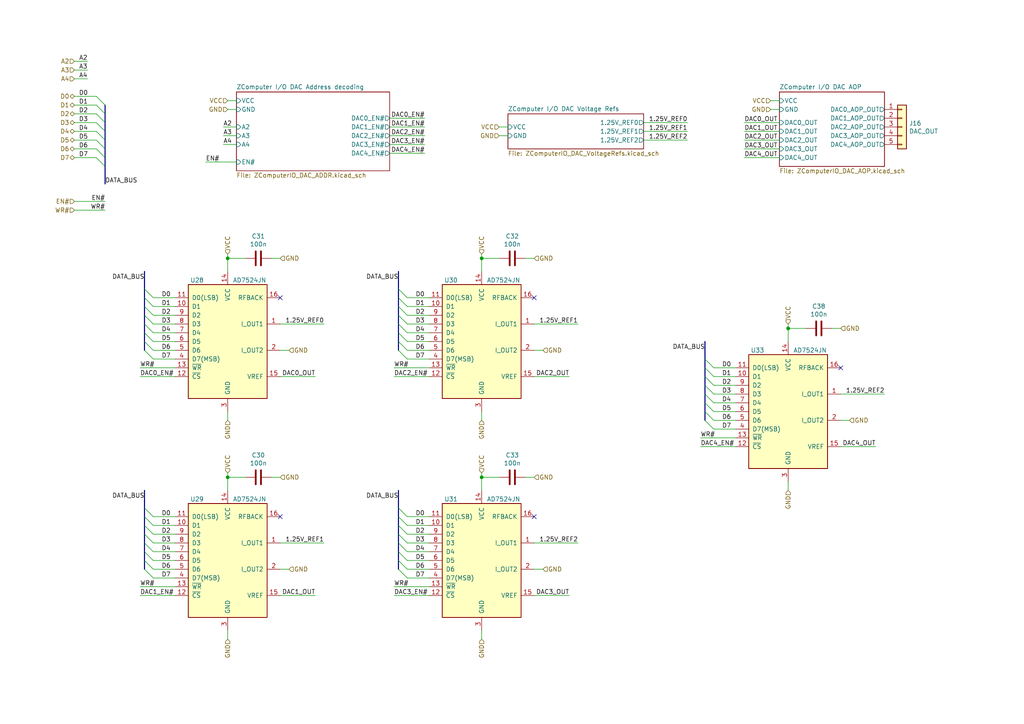
<source format=kicad_sch>
(kicad_sch (version 20211123) (generator eeschema)
  (paper "A4")
  (title_block (title "ZComputer I/O DAC") (date "2021-10-21") (rev "v1.0") (company "Maxime Chretien") (comment 1 "mchretien@linuxmail.org"))
  (lib_symbols
    (symbol "Connector_Generic:Conn_01x05" (pin_names (offset 1.016) hide)
      (property "Reference" "J" (at 0 7.62 0))
      (property "Value" "Conn_01x05" (at 0 -7.62 0))
      (symbol "Conn_01x05_1_1"
        (rectangle (start -1.27 -4.953) (end 0 -5.207) (stroke (width 0.1524)))
        (rectangle (start -1.27 -2.413) (end 0 -2.667) (stroke (width 0.1524)))
        (rectangle (start -1.27 0.127) (end 0 -0.127) (stroke (width 0.1524)))
        (rectangle (start -1.27 2.667) (end 0 2.413) (stroke (width 0.1524)))
        (rectangle (start -1.27 5.207) (end 0 4.953) (stroke (width 0.1524)))
        (rectangle (start -1.27 6.35) (end 1.27 -6.35) (stroke (width 0.254)) (fill (type background)))
        (pin passive line (at -5.08 5.08 0) (length 3.81) (name "Pin_1") (number "1"))
        (pin passive line (at -5.08 2.54 0) (length 3.81) (name "Pin_2") (number "2"))
        (pin passive line (at -5.08 0 0) (length 3.81) (name "Pin_3") (number "3"))
        (pin passive line (at -5.08 -2.54 0) (length 3.81) (name "Pin_4") (number "4"))
        (pin passive line (at -5.08 -5.08 0) (length 3.81) (name "Pin_5") (number "5"))
      )
    )
    (symbol "Device:C" (pin_numbers hide) (pin_names (offset 0.254))
      (property "Reference" "C" (at 0.635 2.54 0))
      (property "Value" "C" (at 0.635 -2.54 0))
      (symbol "C_0_1"
        (polyline (pts (xy -2.032 -0.762) (xy 2.032 -0.762)) (stroke (width 0.508)))
        (polyline (pts (xy -2.032 0.762) (xy 2.032 0.762)) (stroke (width 0.508)))
      )
      (symbol "C_1_1"
        (pin passive line (at 0 3.81 270) (length 2.794) (name "~") (number "1"))
        (pin passive line (at 0 -3.81 90) (length 2.794) (name "~") (number "2"))
      )
    )
    (symbol "Perso:AD7524JN" (pin_names (offset 1.016))
      (property "Reference" "U" (at -11.43 17.78 0))
      (property "Value" "AD7524JN" (at 3.81 17.78 0))
      (symbol "AD7524JN_0_1"
        (rectangle (start -11.43 -16.51) (end 11.43 16.51) (stroke (width 0.254)) (fill (type background)))
      )
      (symbol "AD7524JN_1_1"
        (pin passive line (at 15.24 5.08 180) (length 3.81) (name "I_OUT1") (number "1"))
        (pin input line (at -15.24 10.16 0) (length 3.81) (name "D1") (number "10"))
        (pin input line (at -15.24 12.7 0) (length 3.81) (name "D0(LSB)") (number "11"))
        (pin input line (at -15.24 -10.16 0) (length 3.81) (name "~{CS}") (number "12"))
        (pin input line (at -15.24 -7.62 0) (length 3.81) (name "~{WR}") (number "13"))
        (pin power_in line (at 0 20.32 270) (length 3.81) (name "VCC") (number "14"))
        (pin passive line (at 15.24 -10.16 180) (length 3.81) (name "VREF") (number "15"))
        (pin passive line (at 15.24 12.7 180) (length 3.81) (name "RFBACK") (number "16"))
        (pin passive line (at 15.24 -2.54 180) (length 3.81) (name "I_OUT2") (number "2"))
        (pin power_in line (at 0 -20.32 90) (length 3.81) (name "GND") (number "3"))
        (pin input line (at -15.24 -5.08 0) (length 3.81) (name "D7(MSB)") (number "4"))
        (pin input line (at -15.24 -2.54 0) (length 3.81) (name "D6") (number "5"))
        (pin input line (at -15.24 0 0) (length 3.81) (name "D5") (number "6"))
        (pin input line (at -15.24 2.54 0) (length 3.81) (name "D4") (number "7"))
        (pin input line (at -15.24 5.08 0) (length 3.81) (name "D3") (number "8"))
        (pin input line (at -15.24 7.62 0) (length 3.81) (name "D2") (number "9"))
      )
    )
  )
  (junction (at 66.04 138.43))
  (junction (at 66.04 74.93))
  (junction (at 139.7 74.93))
  (junction (at 228.6 95.25))
  (junction (at 139.7 138.43))
  (no_connect (at 154.94 149.86))
  (no_connect (at 154.94 86.36))
  (no_connect (at 243.84 106.68))
  (no_connect (at 81.28 86.36))
  (no_connect (at 81.28 149.86))
  (bus_entry (at 118.11 104.14) (size -2.54 -2.54))
  (bus_entry (at 27.94 45.72) (size 2.54 2.54))
  (bus_entry (at 44.45 88.9) (size -2.54 -2.54))
  (bus_entry (at 118.11 154.94) (size -2.54 -2.54))
  (bus_entry (at 44.45 99.06) (size -2.54 -2.54))
  (bus_entry (at 118.11 88.9) (size -2.54 -2.54))
  (bus_entry (at 118.11 160.02) (size -2.54 -2.54))
  (bus_entry (at 27.94 43.18) (size 2.54 2.54))
  (bus_entry (at 207.01 121.92) (size -2.54 -2.54))
  (bus_entry (at 44.45 157.48) (size -2.54 -2.54))
  (bus_entry (at 44.45 104.14) (size -2.54 -2.54))
  (bus_entry (at 44.45 93.98) (size -2.54 -2.54))
  (bus_entry (at 118.11 165.1) (size -2.54 -2.54))
  (bus_entry (at 27.94 40.64) (size 2.54 2.54))
  (bus_entry (at 44.45 160.02) (size -2.54 -2.54))
  (bus_entry (at 118.11 96.52) (size -2.54 -2.54))
  (bus_entry (at 207.01 109.22) (size -2.54 -2.54))
  (bus_entry (at 44.45 154.94) (size -2.54 -2.54))
  (bus_entry (at 207.01 106.68) (size -2.54 -2.54))
  (bus_entry (at 207.01 124.46) (size -2.54 -2.54))
  (bus_entry (at 44.45 165.1) (size -2.54 -2.54))
  (bus_entry (at 27.94 33.02) (size 2.54 2.54))
  (bus_entry (at 207.01 111.76) (size -2.54 -2.54))
  (bus_entry (at 118.11 162.56) (size -2.54 -2.54))
  (bus_entry (at 118.11 101.6) (size -2.54 -2.54))
  (bus_entry (at 118.11 157.48) (size -2.54 -2.54))
  (bus_entry (at 118.11 149.86) (size -2.54 -2.54))
  (bus_entry (at 27.94 38.1) (size 2.54 2.54))
  (bus_entry (at 44.45 96.52) (size -2.54 -2.54))
  (bus_entry (at 44.45 101.6) (size -2.54 -2.54))
  (bus_entry (at 44.45 162.56) (size -2.54 -2.54))
  (bus_entry (at 44.45 167.64) (size -2.54 -2.54))
  (bus_entry (at 207.01 116.84) (size -2.54 -2.54))
  (bus_entry (at 207.01 119.38) (size -2.54 -2.54))
  (bus_entry (at 118.11 167.64) (size -2.54 -2.54))
  (bus_entry (at 118.11 86.36) (size -2.54 -2.54))
  (bus_entry (at 118.11 93.98) (size -2.54 -2.54))
  (bus_entry (at 44.45 152.4) (size -2.54 -2.54))
  (bus_entry (at 27.94 30.48) (size 2.54 2.54))
  (bus_entry (at 27.94 35.56) (size 2.54 2.54))
  (bus_entry (at 44.45 91.44) (size -2.54 -2.54))
  (bus_entry (at 44.45 86.36) (size -2.54 -2.54))
  (bus_entry (at 118.11 91.44) (size -2.54 -2.54))
  (bus_entry (at 118.11 152.4) (size -2.54 -2.54))
  (bus_entry (at 44.45 149.86) (size -2.54 -2.54))
  (bus_entry (at 118.11 99.06) (size -2.54 -2.54))
  (bus_entry (at 27.94 27.94) (size 2.54 2.54))
  (bus_entry (at 207.01 114.3) (size -2.54 -2.54))
  (bus (pts (xy 30.48 45.72) (xy 30.48 48.26)))
  (wire (pts (xy 50.8 154.94) (xy 44.45 154.94)))
  (wire (pts (xy 124.46 88.9) (xy 118.11 88.9)))
  (bus (pts (xy 115.57 83.82) (xy 115.57 86.36)))
  (wire (pts (xy 186.69 40.64) (xy 199.39 40.64)))
  (wire (pts (xy 71.12 138.43) (xy 66.04 138.43)))
  (wire (pts (xy 139.7 73.66) (xy 139.7 74.93)))
  (wire (pts (xy 123.19 41.91) (xy 113.03 41.91)))
  (wire (pts (xy 243.84 121.92) (xy 246.38 121.92)))
  (wire (pts (xy 154.94 109.22) (xy 165.1 109.22)))
  (wire (pts (xy 139.7 182.88) (xy 139.7 185.42)))
  (wire (pts (xy 213.36 124.46) (xy 207.01 124.46)))
  (bus (pts (xy 115.57 149.86) (xy 115.57 152.4)))
  (bus (pts (xy 115.57 93.98) (xy 115.57 96.52)))
  (bus (pts (xy 204.47 104.14) (xy 204.47 106.68)))
  (bus (pts (xy 30.48 35.56) (xy 30.48 38.1)))
  (wire (pts (xy 30.48 60.96) (xy 21.59 60.96)))
  (wire (pts (xy 50.8 93.98) (xy 44.45 93.98)))
  (wire (pts (xy 40.64 172.72) (xy 50.8 172.72)))
  (wire (pts (xy 50.8 152.4) (xy 44.45 152.4)))
  (bus (pts (xy 41.91 83.82) (xy 41.91 86.36)))
  (bus (pts (xy 115.57 152.4) (xy 115.57 154.94)))
  (wire (pts (xy 44.45 86.36) (xy 50.8 86.36)))
  (wire (pts (xy 186.69 35.56) (xy 199.39 35.56)))
  (wire (pts (xy 81.28 172.72) (xy 91.44 172.72)))
  (wire (pts (xy 50.8 160.02) (xy 44.45 160.02)))
  (bus (pts (xy 30.48 30.48) (xy 30.48 33.02)))
  (wire (pts (xy 226.06 38.1) (xy 215.9 38.1)))
  (wire (pts (xy 152.4 74.93) (xy 154.94 74.93)))
  (bus (pts (xy 30.48 38.1) (xy 30.48 40.64)))
  (wire (pts (xy 50.8 162.56) (xy 44.45 162.56)))
  (wire (pts (xy 66.04 31.75) (xy 68.58 31.75)))
  (wire (pts (xy 207.01 106.68) (xy 213.36 106.68)))
  (wire (pts (xy 25.4 17.78) (xy 21.59 17.78)))
  (bus (pts (xy 41.91 154.94) (xy 41.91 157.48)))
  (wire (pts (xy 66.04 119.38) (xy 66.04 121.92)))
  (wire (pts (xy 154.94 93.98) (xy 167.64 93.98)))
  (wire (pts (xy 144.78 74.93) (xy 139.7 74.93)))
  (wire (pts (xy 27.94 27.94) (xy 21.59 27.94)))
  (wire (pts (xy 81.28 157.48) (xy 93.98 157.48)))
  (wire (pts (xy 124.46 99.06) (xy 118.11 99.06)))
  (wire (pts (xy 50.8 91.44) (xy 44.45 91.44)))
  (wire (pts (xy 241.3 95.25) (xy 243.84 95.25)))
  (wire (pts (xy 233.68 95.25) (xy 228.6 95.25)))
  (wire (pts (xy 21.59 38.1) (xy 27.94 38.1)))
  (bus (pts (xy 41.91 91.44) (xy 41.91 93.98)))
  (wire (pts (xy 50.8 165.1) (xy 44.45 165.1)))
  (wire (pts (xy 114.3 106.68) (xy 124.46 106.68)))
  (bus (pts (xy 41.91 86.36) (xy 41.91 88.9)))
  (wire (pts (xy 124.46 152.4) (xy 118.11 152.4)))
  (bus (pts (xy 115.57 78.74) (xy 115.57 83.82)))
  (wire (pts (xy 118.11 86.36) (xy 124.46 86.36)))
  (wire (pts (xy 139.7 74.93) (xy 139.7 78.74)))
  (bus (pts (xy 204.47 106.68) (xy 204.47 109.22)))
  (wire (pts (xy 78.74 138.43) (xy 81.28 138.43)))
  (bus (pts (xy 115.57 99.06) (xy 115.57 101.6)))
  (wire (pts (xy 213.36 109.22) (xy 207.01 109.22)))
  (bus (pts (xy 41.91 152.4) (xy 41.91 154.94)))
  (wire (pts (xy 226.06 45.72) (xy 215.9 45.72)))
  (wire (pts (xy 124.46 91.44) (xy 118.11 91.44)))
  (wire (pts (xy 66.04 137.16) (xy 66.04 138.43)))
  (wire (pts (xy 186.69 38.1) (xy 199.39 38.1)))
  (wire (pts (xy 66.04 74.93) (xy 66.04 78.74)))
  (wire (pts (xy 124.46 157.48) (xy 118.11 157.48)))
  (wire (pts (xy 21.59 33.02) (xy 27.94 33.02)))
  (wire (pts (xy 226.06 29.21) (xy 223.52 29.21)))
  (wire (pts (xy 81.28 93.98) (xy 93.98 93.98)))
  (wire (pts (xy 144.78 39.37) (xy 147.32 39.37)))
  (wire (pts (xy 154.94 101.6) (xy 157.48 101.6)))
  (wire (pts (xy 78.74 74.93) (xy 81.28 74.93)))
  (wire (pts (xy 114.3 170.18) (xy 124.46 170.18)))
  (bus (pts (xy 204.47 114.3) (xy 204.47 116.84)))
  (wire (pts (xy 66.04 182.88) (xy 66.04 185.42)))
  (wire (pts (xy 139.7 137.16) (xy 139.7 138.43)))
  (bus (pts (xy 41.91 99.06) (xy 41.91 101.6)))
  (bus (pts (xy 115.57 160.02) (xy 115.57 162.56)))
  (wire (pts (xy 228.6 93.98) (xy 228.6 95.25)))
  (bus (pts (xy 30.48 43.18) (xy 30.48 45.72)))
  (wire (pts (xy 213.36 121.92) (xy 207.01 121.92)))
  (bus (pts (xy 30.48 33.02) (xy 30.48 35.56)))
  (wire (pts (xy 124.46 160.02) (xy 118.11 160.02)))
  (bus (pts (xy 204.47 111.76) (xy 204.47 114.3)))
  (bus (pts (xy 115.57 91.44) (xy 115.57 93.98)))
  (wire (pts (xy 213.36 116.84) (xy 207.01 116.84)))
  (bus (pts (xy 41.91 142.24) (xy 41.91 147.32)))
  (wire (pts (xy 50.8 157.48) (xy 44.45 157.48)))
  (bus (pts (xy 115.57 157.48) (xy 115.57 160.02)))
  (wire (pts (xy 118.11 149.86) (xy 124.46 149.86)))
  (bus (pts (xy 115.57 88.9) (xy 115.57 91.44)))
  (bus (pts (xy 30.48 48.26) (xy 30.48 53.34)))
  (bus (pts (xy 41.91 88.9) (xy 41.91 91.44)))
  (wire (pts (xy 144.78 138.43) (xy 139.7 138.43)))
  (wire (pts (xy 213.36 111.76) (xy 207.01 111.76)))
  (wire (pts (xy 226.06 43.18) (xy 215.9 43.18)))
  (wire (pts (xy 152.4 138.43) (xy 154.94 138.43)))
  (wire (pts (xy 68.58 29.21) (xy 66.04 29.21)))
  (wire (pts (xy 213.36 119.38) (xy 207.01 119.38)))
  (bus (pts (xy 41.91 157.48) (xy 41.91 160.02)))
  (wire (pts (xy 139.7 119.38) (xy 139.7 121.92)))
  (bus (pts (xy 115.57 142.24) (xy 115.57 147.32)))
  (bus (pts (xy 115.57 86.36) (xy 115.57 88.9)))
  (wire (pts (xy 40.64 109.22) (xy 50.8 109.22)))
  (wire (pts (xy 123.19 36.83) (xy 113.03 36.83)))
  (bus (pts (xy 41.91 160.02) (xy 41.91 162.56)))
  (wire (pts (xy 124.46 93.98) (xy 118.11 93.98)))
  (wire (pts (xy 30.48 58.42) (xy 21.59 58.42)))
  (wire (pts (xy 50.8 99.06) (xy 44.45 99.06)))
  (wire (pts (xy 114.3 109.22) (xy 124.46 109.22)))
  (wire (pts (xy 50.8 104.14) (xy 44.45 104.14)))
  (wire (pts (xy 21.59 43.18) (xy 27.94 43.18)))
  (bus (pts (xy 204.47 116.84) (xy 204.47 119.38)))
  (wire (pts (xy 139.7 138.43) (xy 139.7 142.24)))
  (wire (pts (xy 124.46 167.64) (xy 118.11 167.64)))
  (wire (pts (xy 25.4 20.32) (xy 21.59 20.32)))
  (wire (pts (xy 228.6 95.25) (xy 228.6 99.06)))
  (wire (pts (xy 50.8 101.6) (xy 44.45 101.6)))
  (bus (pts (xy 204.47 109.22) (xy 204.47 111.76)))
  (wire (pts (xy 203.2 127) (xy 213.36 127)))
  (wire (pts (xy 154.94 157.48) (xy 167.64 157.48)))
  (wire (pts (xy 64.77 39.37) (xy 68.58 39.37)))
  (wire (pts (xy 203.2 129.54) (xy 213.36 129.54)))
  (bus (pts (xy 41.91 96.52) (xy 41.91 99.06)))
  (wire (pts (xy 21.59 45.72) (xy 27.94 45.72)))
  (wire (pts (xy 59.69 46.99) (xy 68.58 46.99)))
  (wire (pts (xy 68.58 41.91) (xy 64.77 41.91)))
  (bus (pts (xy 115.57 96.52) (xy 115.57 99.06)))
  (wire (pts (xy 154.94 172.72) (xy 165.1 172.72)))
  (wire (pts (xy 223.52 31.75) (xy 226.06 31.75)))
  (wire (pts (xy 226.06 40.64) (xy 215.9 40.64)))
  (bus (pts (xy 204.47 99.06) (xy 204.47 104.14)))
  (bus (pts (xy 41.91 78.74) (xy 41.91 83.82)))
  (wire (pts (xy 123.19 44.45) (xy 113.03 44.45)))
  (wire (pts (xy 81.28 101.6) (xy 83.82 101.6)))
  (bus (pts (xy 204.47 119.38) (xy 204.47 121.92)))
  (wire (pts (xy 243.84 114.3) (xy 256.54 114.3)))
  (wire (pts (xy 21.59 40.64) (xy 27.94 40.64)))
  (wire (pts (xy 226.06 35.56) (xy 215.9 35.56)))
  (bus (pts (xy 41.91 147.32) (xy 41.91 149.86)))
  (wire (pts (xy 66.04 138.43) (xy 66.04 142.24)))
  (wire (pts (xy 124.46 154.94) (xy 118.11 154.94)))
  (wire (pts (xy 228.6 139.7) (xy 228.6 142.24)))
  (wire (pts (xy 81.28 165.1) (xy 83.82 165.1)))
  (wire (pts (xy 124.46 165.1) (xy 118.11 165.1)))
  (wire (pts (xy 213.36 114.3) (xy 207.01 114.3)))
  (wire (pts (xy 124.46 162.56) (xy 118.11 162.56)))
  (wire (pts (xy 123.19 34.29) (xy 113.03 34.29)))
  (wire (pts (xy 64.77 36.83) (xy 68.58 36.83)))
  (wire (pts (xy 124.46 104.14) (xy 118.11 104.14)))
  (bus (pts (xy 41.91 93.98) (xy 41.91 96.52)))
  (wire (pts (xy 123.19 39.37) (xy 113.03 39.37)))
  (wire (pts (xy 124.46 101.6) (xy 118.11 101.6)))
  (wire (pts (xy 154.94 165.1) (xy 157.48 165.1)))
  (bus (pts (xy 115.57 147.32) (xy 115.57 149.86)))
  (wire (pts (xy 40.64 170.18) (xy 50.8 170.18)))
  (bus (pts (xy 115.57 154.94) (xy 115.57 157.48)))
  (wire (pts (xy 66.04 73.66) (xy 66.04 74.93)))
  (wire (pts (xy 21.59 30.48) (xy 27.94 30.48)))
  (wire (pts (xy 21.59 22.86) (xy 25.4 22.86)))
  (wire (pts (xy 50.8 167.64) (xy 44.45 167.64)))
  (wire (pts (xy 50.8 96.52) (xy 44.45 96.52)))
  (wire (pts (xy 50.8 88.9) (xy 44.45 88.9)))
  (wire (pts (xy 114.3 172.72) (xy 124.46 172.72)))
  (wire (pts (xy 44.45 149.86) (xy 50.8 149.86)))
  (wire (pts (xy 81.28 109.22) (xy 91.44 109.22)))
  (bus (pts (xy 41.91 149.86) (xy 41.91 152.4)))
  (wire (pts (xy 243.84 129.54) (xy 254 129.54)))
  (wire (pts (xy 71.12 74.93) (xy 66.04 74.93)))
  (bus (pts (xy 30.48 40.64) (xy 30.48 43.18)))
  (wire (pts (xy 21.59 35.56) (xy 27.94 35.56)))
  (wire (pts (xy 147.32 36.83) (xy 144.78 36.83)))
  (wire (pts (xy 124.46 96.52) (xy 118.11 96.52)))
  (bus (pts (xy 115.57 162.56) (xy 115.57 165.1)))
  (bus (pts (xy 41.91 162.56) (xy 41.91 165.1)))
  (wire (pts (xy 40.64 106.68) (xy 50.8 106.68)))
  (label "DAC2_OUT" (at 165.1 109.22 180))
  (label "D3" (at 123.19 157.48 180))
  (label "DATA_BUS" (at 41.91 81.28 180))
  (label "D5" (at 49.53 99.06 180))
  (label "DAC1_EN#" (at 123.19 36.83 180))
  (label "DAC4_EN#" (at 123.19 44.45 180))
  (label "A4" (at 25.4 22.86 180))
  (label "D6" (at 22.86 43.18 0))
  (label "DAC4_OUT" (at 215.9 45.72 0))
  (label "DAC0_EN#" (at 123.19 34.29 180))
  (label "D3" (at 22.86 35.56 0))
  (label "DAC3_OUT" (at 165.1 172.72 180))
  (label "A3" (at 64.77 39.37 0))
  (label "D5" (at 123.19 99.06 180))
  (label "DAC2_OUT" (at 215.9 40.64 0))
  (label "DAC0_OUT" (at 91.44 109.22 180))
  (label "D4" (at 123.19 96.52 180))
  (label "DATA_BUS" (at 115.57 144.78 180))
  (label "DATA_BUS" (at 41.91 144.78 180))
  (label "DAC1_EN#" (at 40.64 172.72 0))
  (label "D6" (at 123.19 165.1 180))
  (label "A2" (at 64.77 36.83 0))
  (label "DAC4_OUT" (at 254 129.54 180))
  (label "D6" (at 49.53 165.1 180))
  (label "D0" (at 212.09 106.68 180))
  (label "D1" (at 212.09 109.22 180))
  (label "D2" (at 123.19 91.44 180))
  (label "D4" (at 123.19 160.02 180))
  (label "D3" (at 123.19 93.98 180))
  (label "D4" (at 49.53 160.02 180))
  (label "D5" (at 123.19 162.56 180))
  (label "1.25V_REF1" (at 93.98 157.48 180))
  (label "1.25V_REF1" (at 199.39 38.1 180))
  (label "D1" (at 123.19 88.9 180))
  (label "DAC1_OUT" (at 215.9 38.1 0))
  (label "D2" (at 49.53 91.44 180))
  (label "D5" (at 22.86 40.64 0))
  (label "D2" (at 123.19 154.94 180))
  (label "1.25V_REF2" (at 256.54 114.3 180))
  (label "D6" (at 49.53 101.6 180))
  (label "EN#" (at 59.69 46.99 0))
  (label "A3" (at 25.4 20.32 180))
  (label "D3" (at 212.09 114.3 180))
  (label "D7" (at 123.19 167.64 180))
  (label "D2" (at 22.86 33.02 0))
  (label "DATA_BUS" (at 30.48 53.34 0))
  (label "D0" (at 49.53 86.36 180))
  (label "D1" (at 49.53 88.9 180))
  (label "D0" (at 49.53 149.86 180))
  (label "1.25V_REF0" (at 199.39 35.56 180))
  (label "EN#" (at 30.48 58.42 180))
  (label "1.25V_REF2" (at 199.39 40.64 180))
  (label "D3" (at 49.53 93.98 180))
  (label "A2" (at 25.4 17.78 180))
  (label "D2" (at 212.09 111.76 180))
  (label "1.25V_REF1" (at 167.64 93.98 180))
  (label "WR#" (at 40.64 170.18 0))
  (label "WR#" (at 40.64 106.68 0))
  (label "A4" (at 64.77 41.91 0))
  (label "1.25V_REF2" (at 167.64 157.48 180))
  (label "D7" (at 49.53 167.64 180))
  (label "D7" (at 49.53 104.14 180))
  (label "DAC0_OUT" (at 215.9 35.56 0))
  (label "D0" (at 123.19 86.36 180))
  (label "DAC1_OUT" (at 91.44 172.72 180))
  (label "D1" (at 22.86 30.48 0))
  (label "D7" (at 22.86 45.72 0))
  (label "D5" (at 212.09 119.38 180))
  (label "DAC3_OUT" (at 215.9 43.18 0))
  (label "D4" (at 49.53 96.52 180))
  (label "DAC2_EN#" (at 123.19 39.37 180))
  (label "D1" (at 49.53 152.4 180))
  (label "WR#" (at 203.2 127 0))
  (label "DAC4_EN#" (at 203.2 129.54 0))
  (label "WR#" (at 114.3 106.68 0))
  (label "DATA_BUS" (at 204.47 101.6 180))
  (label "D6" (at 212.09 121.92 180))
  (label "DAC3_EN#" (at 123.19 41.91 180))
  (label "DAC0_EN#" (at 40.64 109.22 0))
  (label "D2" (at 49.53 154.94 180))
  (label "D0" (at 123.19 149.86 180))
  (label "WR#" (at 30.48 60.96 180))
  (label "DAC3_EN#" (at 114.3 172.72 0))
  (label "D5" (at 49.53 162.56 180))
  (label "D4" (at 212.09 116.84 180))
  (label "D1" (at 123.19 152.4 180))
  (label "DATA_BUS" (at 115.57 81.28 180))
  (label "1.25V_REF0" (at 93.98 93.98 180))
  (label "D4" (at 22.86 38.1 0))
  (label "DAC2_EN#" (at 114.3 109.22 0))
  (label "D7" (at 123.19 104.14 180))
  (label "D3" (at 49.53 157.48 180))
  (label "WR#" (at 114.3 170.18 0))
  (label "D0" (at 22.86 27.94 0))
  (label "D7" (at 212.09 124.46 180))
  (label "D6" (at 123.19 101.6 180))
  (hierarchical_label "VCC" (shape input) (at 139.7 137.16 90))
  (hierarchical_label "VCC" (shape input) (at 223.52 29.21 180))
  (hierarchical_label "GND" (shape input) (at 83.82 101.6 0))
  (hierarchical_label "A2" (shape input) (at 21.59 17.78 180))
  (hierarchical_label "GND" (shape input) (at 66.04 121.92 270))
  (hierarchical_label "VCC" (shape input) (at 66.04 29.21 180))
  (hierarchical_label "GND" (shape input) (at 66.04 185.42 270))
  (hierarchical_label "D3" (shape bidirectional) (at 21.59 35.56 180))
  (hierarchical_label "GND" (shape input) (at 139.7 185.42 270))
  (hierarchical_label "VCC" (shape input) (at 144.78 36.83 180))
  (hierarchical_label "A4" (shape input) (at 21.59 22.86 180))
  (hierarchical_label "D7" (shape bidirectional) (at 21.59 45.72 180))
  (hierarchical_label "WR#" (shape input) (at 21.59 60.96 180))
  (hierarchical_label "VCC" (shape input) (at 139.7 73.66 90))
  (hierarchical_label "GND" (shape input) (at 144.78 39.37 180))
  (hierarchical_label "GND" (shape input) (at 81.28 138.43 0))
  (hierarchical_label "GND" (shape input) (at 223.52 31.75 180))
  (hierarchical_label "GND" (shape input) (at 154.94 74.93 0))
  (hierarchical_label "EN#" (shape input) (at 21.59 58.42 180))
  (hierarchical_label "GND" (shape input) (at 157.48 165.1 0))
  (hierarchical_label "VCC" (shape input) (at 66.04 137.16 90))
  (hierarchical_label "GND" (shape input) (at 246.38 121.92 0))
  (hierarchical_label "D0" (shape bidirectional) (at 21.59 27.94 180))
  (hierarchical_label "D4" (shape bidirectional) (at 21.59 38.1 180))
  (hierarchical_label "D6" (shape bidirectional) (at 21.59 43.18 180))
  (hierarchical_label "GND" (shape input) (at 228.6 142.24 270))
  (hierarchical_label "GND" (shape input) (at 81.28 74.93 0))
  (hierarchical_label "VCC" (shape input) (at 228.6 93.98 90))
  (hierarchical_label "D1" (shape bidirectional) (at 21.59 30.48 180))
  (hierarchical_label "GND" (shape input) (at 139.7 121.92 270))
  (hierarchical_label "GND" (shape input) (at 66.04 31.75 180))
  (hierarchical_label "GND" (shape input) (at 154.94 138.43 0))
  (hierarchical_label "VCC" (shape input) (at 66.04 73.66 90))
  (hierarchical_label "GND" (shape input) (at 157.48 101.6 0))
  (hierarchical_label "GND" (shape input) (at 83.82 165.1 0))
  (hierarchical_label "A3" (shape input) (at 21.59 20.32 180))
  (hierarchical_label "GND" (shape input) (at 243.84 95.25 0))
  (hierarchical_label "D2" (shape bidirectional) (at 21.59 33.02 180))
  (hierarchical_label "D5" (shape bidirectional) (at 21.59 40.64 180))
  (symbol (lib_id "Perso:AD7524JN") (at 228.6 119.38 0) (unit 1)
    (property "Reference" "U33" (at 219.71 101.6 0))
    (property "Value" "AD7524JN" (at 234.95 101.6 0))
    (property "Datasheet" "https://www.analog.com/static/imported-files/data_sheets/AD7533.pdf" (effects hide))
  )
  (symbol (lib_id "Device:C") (at 237.49 95.25 270) (unit 1)
    (property "Reference" "C38" (at 237.49 88.8492 90))
    (property "Value" "100n" (at 237.49 91.1606 90))
  )
  (symbol (lib_id "Perso:AD7524JN") (at 66.04 99.06 0) (unit 1)
    (property "Reference" "U28" (at 57.15 81.28 0))
    (property "Value" "AD7524JN" (at 72.39 81.28 0))
    (property "Datasheet" "https://www.analog.com/static/imported-files/data_sheets/AD7533.pdf" (effects hide))
  )
  (symbol (lib_id "Perso:AD7524JN") (at 66.04 162.56 0) (unit 1)
    (property "Reference" "U29" (at 57.15 144.78 0))
    (property "Value" "AD7524JN" (at 72.39 144.78 0))
    (property "Datasheet" "https://www.analog.com/static/imported-files/data_sheets/AD7533.pdf" (effects hide))
  )
  (symbol (lib_id "Perso:AD7524JN") (at 139.7 99.06 0) (unit 1)
    (property "Reference" "U30" (at 130.81 81.28 0))
    (property "Value" "AD7524JN" (at 146.05 81.28 0))
    (property "Datasheet" "https://www.analog.com/static/imported-files/data_sheets/AD7533.pdf" (effects hide))
  )
  (symbol (lib_id "Perso:AD7524JN") (at 139.7 162.56 0) (unit 1)
    (property "Reference" "U31" (at 130.81 144.78 0))
    (property "Value" "AD7524JN" (at 146.05 144.78 0))
    (property "Datasheet" "https://www.analog.com/static/imported-files/data_sheets/AD7533.pdf" (effects hide))
  )
  (symbol (lib_id "Device:C") (at 74.93 138.43 270) (unit 1)
    (property "Reference" "C30" (at 74.93 132.0292 90))
    (property "Value" "100n" (at 74.93 134.3406 90))
  )
  (symbol (lib_id "Device:C") (at 148.59 138.43 270) (unit 1)
    (property "Reference" "C33" (at 148.59 132.0292 90))
    (property "Value" "100n" (at 148.59 134.3406 90))
  )
  (symbol (lib_id "Device:C") (at 148.59 74.93 270) (unit 1)
    (property "Reference" "C32" (at 148.59 68.5292 90))
    (property "Value" "100n" (at 148.59 70.8406 90))
  )
  (symbol (lib_id "Device:C") (at 74.93 74.93 270) (unit 1)
    (property "Reference" "C31" (at 74.93 68.5292 90))
    (property "Value" "100n" (at 74.93 70.8406 90))
  )
  (symbol (lib_id "Connector_Generic:Conn_01x05") (at 261.62 36.83 0) (unit 1)
    (property "Reference" "J16" (at 263.652 35.7632 0) (effects (justify left)))
    (property "Value" "DAC_OUT" (at 263.652 38.0746 0) (effects (justify left)))
  )
  (sheet (at 68.58 26.67) (size 44.45 22.86)
    (property "Sheet name" "ZComputer I/O DAC Address decoding" (at 68.58 25.9584 0) (effects (justify left bottom)))
    (property "Sheet file" "ZComputerIO_DAC_ADDR.kicad_sch" (at 68.58 50.1146 0) (effects (justify left top)))
    (pin "A3" input (at 68.58 39.37 180))
    (pin "A4" input (at 68.58 41.91 180))
    (pin "A2" input (at 68.58 36.83 180))
    (pin "EN#" input (at 68.58 46.99 180))
    (pin "GND" input (at 68.58 31.75 180))
    (pin "VCC" input (at 68.58 29.21 180))
    (pin "DAC0_EN#" output (at 113.03 34.29 0))
    (pin "DAC1_EN#" output (at 113.03 36.83 0))
    (pin "DAC2_EN#" output (at 113.03 39.37 0))
    (pin "DAC3_EN#" output (at 113.03 41.91 0))
    (pin "DAC4_EN#" output (at 113.03 44.45 0))
  )
  (sheet (at 147.32 33.02) (size 39.37 10.16)
    (property "Sheet name" "ZComputer I/O DAC Voltage Refs" (at 147.32 32.3084 0) (effects (justify left bottom)))
    (property "Sheet file" "ZComputerIO_DAC_VoltageRefs.kicad_sch" (at 147.32 43.7646 0) (effects (justify left top)))
    (pin "VCC" input (at 147.32 36.83 180))
    (pin "GND" input (at 147.32 39.37 180))
    (pin "1.25V_REF0" output (at 186.69 35.56 0))
    (pin "1.25V_REF1" output (at 186.69 38.1 0))
    (pin "1.25V_REF2" output (at 186.69 40.64 0))
  )
  (sheet (at 226.06 26.67) (size 30.48 21.59)
    (property "Sheet name" "ZComputer I/O DAC AOP" (at 226.06 25.9584 0) (effects (justify left bottom)))
    (property "Sheet file" "ZComputerIO_DAC_AOP.kicad_sch" (at 226.06 48.8446 0) (effects (justify left top)))
    (pin "GND" input (at 226.06 31.75 180))
    (pin "VCC" input (at 226.06 29.21 180))
    (pin "DAC0_AOP_OUT" output (at 256.54 31.75 0))
    (pin "DAC1_AOP_OUT" output (at 256.54 34.29 0))
    (pin "DAC2_AOP_OUT" output (at 256.54 36.83 0))
    (pin "DAC3_AOP_OUT" output (at 256.54 39.37 0))
    (pin "DAC4_AOP_OUT" output (at 256.54 41.91 0))
    (pin "DAC0_OUT" input (at 226.06 35.56 180))
    (pin "DAC1_OUT" input (at 226.06 38.1 180))
    (pin "DAC2_OUT" input (at 226.06 40.64 180))
    (pin "DAC3_OUT" input (at 226.06 43.18 180))
    (pin "DAC4_OUT" input (at 226.06 45.72 180))
  )
)
</source>
